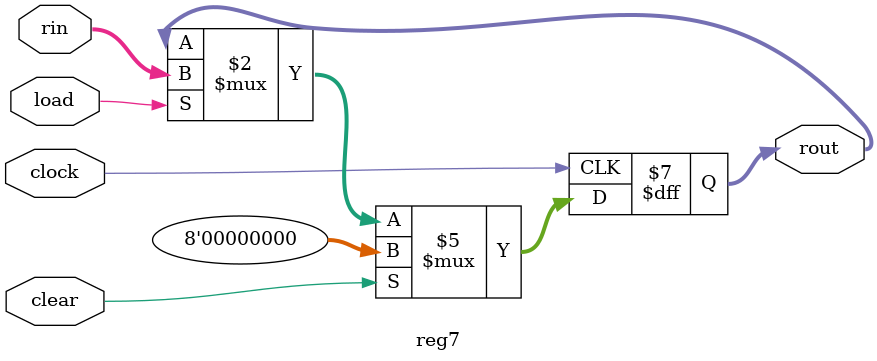
<source format=v>
`timescale 1ns / 1ps

module reg7(rin, rout, clear, load, clock);
    output [7:0]rout;
    reg [7:0]rout;
    input [7:0]rin;
    input clear, load, clock;
    
    always @ (posedge clock)
        if(clear)
            rout <= 0;
        else if(load)
            rout <= rin;
            
endmodule
</source>
